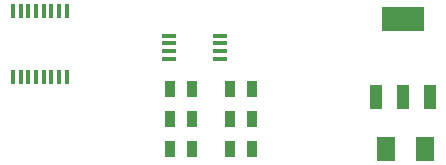
<source format=gtp>
G04 (created by PCBNEW (2012-nov-02)-testing) date Thu 06 Jun 2013 09:25:13 AM CDT*
%MOIN*%
G04 Gerber Fmt 3.4, Leading zero omitted, Abs format*
%FSLAX34Y34*%
G01*
G70*
G90*
G04 APERTURE LIST*
%ADD10C,0.006*%
%ADD11R,0.015X0.05*%
%ADD12R,0.144X0.08*%
%ADD13R,0.04X0.08*%
%ADD14R,0.06X0.08*%
%ADD15R,0.035X0.055*%
%ADD16R,0.05X0.015*%
G04 APERTURE END LIST*
G54D10*
G54D11*
X80804Y-51952D03*
X81060Y-51952D03*
X81316Y-51952D03*
X81572Y-51952D03*
X81828Y-51952D03*
X82084Y-51952D03*
X82340Y-51952D03*
X82596Y-51952D03*
X82596Y-49748D03*
X82340Y-49748D03*
X82084Y-49748D03*
X81828Y-49748D03*
X81572Y-49748D03*
X81316Y-49748D03*
X81060Y-49748D03*
X80804Y-49748D03*
G54D12*
X93800Y-50000D03*
G54D13*
X93800Y-52600D03*
X94700Y-52600D03*
X92900Y-52600D03*
G54D14*
X93250Y-54350D03*
X94550Y-54350D03*
G54D15*
X86775Y-54350D03*
X86025Y-54350D03*
X86775Y-53350D03*
X86025Y-53350D03*
X86775Y-52350D03*
X86025Y-52350D03*
X88775Y-54350D03*
X88025Y-54350D03*
X88775Y-53350D03*
X88025Y-53350D03*
X88775Y-52350D03*
X88025Y-52350D03*
G54D16*
X86000Y-50566D03*
X86000Y-50822D03*
X86000Y-51078D03*
X86000Y-51334D03*
X87700Y-51334D03*
X87700Y-51078D03*
X87700Y-50822D03*
X87700Y-50566D03*
M02*

</source>
